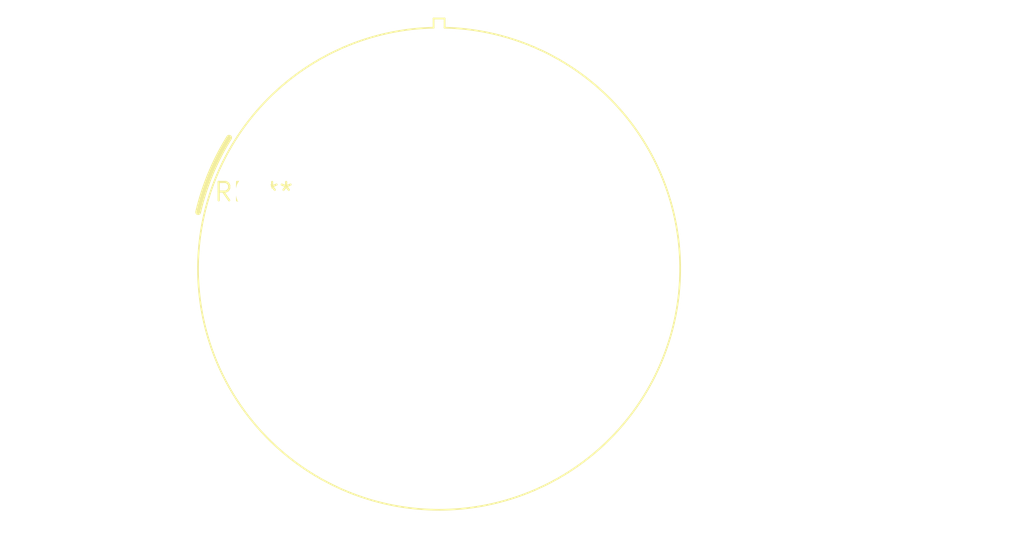
<source format=kicad_pcb>
(kicad_pcb (version 20240108) (generator pcbnew)
  (layers (0 "F.Cu" signal) (31 "B.Cu" signal) (34 "B.Paste" user) (35 "F.Paste" user) (36 "B.SilkS" user "B.Silkscreen") (37 "F.SilkS" user "F.Silkscreen") (38 "B.Mask" user) (39 "F.Mask" user) (44 "Edge.Cuts" user))
  (net 0 "")
  (footprint "Relay_Socket_DPDT_Omron_PLE08-0" (layer "F.Cu") (at 0 0)
    (property "Reference" "REF**")
    (property "Value" "Relay_Socket_DPDT_Omron_PLE08-0")
    (fp_line (start 12.414732 -11.971834) (end 12.414732 -11.336834) (layer "F.SilkS") (stroke (width 0.12)))
    (fp_line (start 13.176732 -11.971834) (end 12.414732 -11.971834) (layer "F.SilkS") (stroke (width 0.12)))
    (fp_line (start 13.176732 -11.336834) (end 13.176732 -11.971834) (layer "F.SilkS") (stroke (width 0.12)))
    (fp_arc (start -3.834267 1.390166) (mid -2.976317 -1.263935) (end -1.697899 -3.743043) (layer "F.SilkS") (stroke (width 0.4)))
    (fp_arc (start 13.176732 -11.336834) (mid 12.795732 21.941528) (end 12.414732 -11.336834) (layer "F.SilkS") (stroke (width 0.12)))
    (pad "11" thru_hole circle (at 7.495566 -7.495566 112.5) (size 4.5 4.5) (drill 2.5) (layers *.Cu *.Mask) (remove_unused_layers))
    (pad "12" thru_hole circle (at 7.495566 18.095898 247.5) (size 4.5 4.5) (drill 2.5) (layers *.Cu *.Mask) (remove_unused_layers))
    (pad "14" thru_hole circle (at 0 10.600332 202.5) (size 4.5 4.5) (drill 2.5) (layers *.Cu *.Mask) (remove_unused_layers))
    (pad "21" thru_hole circle (at 18.095898 -7.495566 247.5) (size 4.5 4.5) (drill 2.5) (layers *.Cu *.Mask) (remove_unused_layers))
    (pad "22" thru_hole circle (at 18.095898 18.095898 112.5) (size 4.5 4.5) (drill 2.5) (layers *.Cu *.Mask) (remove_unused_layers))
    (pad "24" thru_hole circle (at 25.591464 10.600332 157.5) (size 4.5 4.5) (drill 2.5) (layers *.Cu *.Mask) (remove_unused_layers))
    (pad "A1" thru_hole roundrect (at 0 0 157.5) (size 4.5 4.5) (drill 2.5) (layers *.Cu *.Mask) (remove_unused_layers))
    (pad "A2" thru_hole circle (at 25.591464 0 202.5) (size 4.5 4.5) (drill 2.5) (layers *.Cu *.Mask) (remove_unused_layers))
  )
)
</source>
